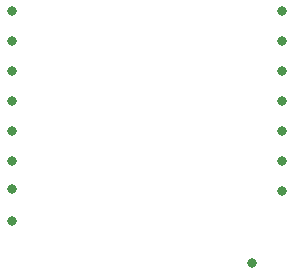
<source format=gbl>
%FSDAX23Y23*%
%MOIN*%
%SFA1B1*%

%IPPOS*%
%ADD22C,0.033000*%
%LNrfm95w-1*%
%LPD*%
G54D22*
X00139Y00920D03*
X00939Y00078D03*
X00139Y00620D03*
Y00325D03*
Y00420D03*
Y00720D03*
Y00520D03*
Y00220D03*
Y00820D03*
X01039Y00920D03*
Y00320D03*
Y00820D03*
Y00720D03*
Y00620D03*
Y00520D03*
Y00420D03*
M02*
</source>
